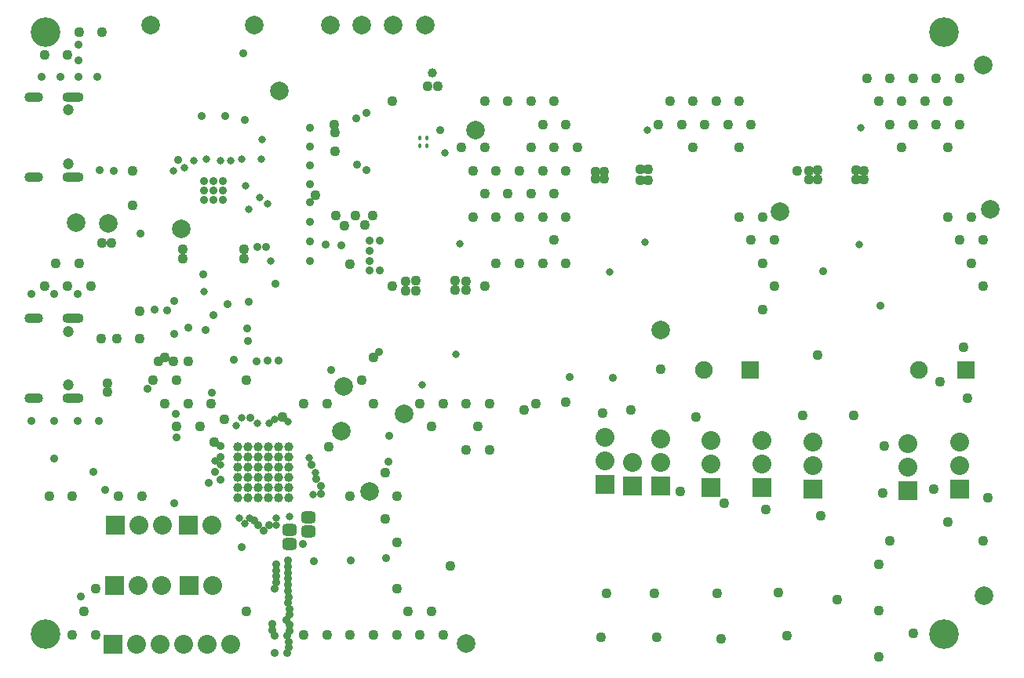
<source format=gbr>
%TF.GenerationSoftware,Altium Limited,Altium Designer,25.6.2 (33)*%
G04 Layer_Color=16711935*
%FSLAX45Y45*%
%MOMM*%
%TF.SameCoordinates,2E975FAE-7BB7-4674-B285-B64E5795C48D*%
%TF.FilePolarity,Negative*%
%TF.FileFunction,Soldermask,Bot*%
%TF.Part,Single*%
G01*
G75*
%TA.AperFunction,ComponentPad*%
%ADD72C,3.20000*%
%ADD73C,2.03200*%
%ADD74R,2.03200X2.03200*%
%ADD80R,2.03200X2.03200*%
%TA.AperFunction,ViaPad*%
%ADD85C,0.45720*%
%TA.AperFunction,SMDPad,CuDef*%
G04:AMPARAMS|DCode=109|XSize=1.308mm|YSize=1.508mm|CornerRadius=0.354mm|HoleSize=0mm|Usage=FLASHONLY|Rotation=270.000|XOffset=0mm|YOffset=0mm|HoleType=Round|Shape=RoundedRectangle|*
%AMROUNDEDRECTD109*
21,1,1.30800,0.80000,0,0,270.0*
21,1,0.60000,1.50800,0,0,270.0*
1,1,0.70800,-0.40000,-0.30000*
1,1,0.70800,-0.40000,0.30000*
1,1,0.70800,0.40000,0.30000*
1,1,0.70800,0.40000,-0.30000*
%
%ADD109ROUNDEDRECTD109*%
%TA.AperFunction,ComponentPad*%
%ADD134C,2.00800*%
%ADD135R,1.90800X1.90800*%
%ADD136C,1.90800*%
%ADD137C,1.20000*%
%ADD138O,2.30000X1.10000*%
%ADD139O,2.00000X1.10000*%
%TA.AperFunction,ViaPad*%
%ADD140C,0.90800*%
%ADD141C,1.10800*%
%ADD142C,1.00800*%
%ADD143C,0.80800*%
D72*
X302747Y-499994D02*
D03*
X300000Y6000000D02*
D03*
X10000000D02*
D03*
Y-500000D02*
D03*
D73*
X2108586Y26254D02*
D03*
X1554390D02*
D03*
X1300390D02*
D03*
X2100695Y674137D02*
D03*
X1563057Y680688D02*
D03*
X1309057D02*
D03*
X2302695Y-610006D02*
D03*
X2048695D02*
D03*
X1794695D02*
D03*
X1540695D02*
D03*
X1286695D02*
D03*
X10164062Y1570269D02*
D03*
Y1316269D02*
D03*
X9608463Y1560269D02*
D03*
Y1306269D02*
D03*
X8579212Y1572361D02*
D03*
Y1318361D02*
D03*
X8028904Y1589030D02*
D03*
Y1335030D02*
D03*
X7478904Y1594029D02*
D03*
Y1340029D02*
D03*
X6939904Y1609529D02*
D03*
Y1355529D02*
D03*
X6636904Y1351151D02*
D03*
X6342500Y1626173D02*
D03*
Y1372173D02*
D03*
D74*
X1854586Y26254D02*
D03*
X1046390D02*
D03*
X1846695Y674137D02*
D03*
X1055057Y680688D02*
D03*
X1032695Y-610006D02*
D03*
D80*
X10164062Y1062269D02*
D03*
X9608463Y1052269D02*
D03*
X8579212Y1064361D02*
D03*
X8028904Y1081030D02*
D03*
X7478904Y1086029D02*
D03*
X6939904Y1101529D02*
D03*
X6636904Y1097151D02*
D03*
X6342500Y1118173D02*
D03*
D85*
X4414912Y4778371D02*
D03*
Y4858371D02*
D03*
X4344912D02*
D03*
Y4778371D02*
D03*
D109*
X3136173Y608541D02*
D03*
Y758541D02*
D03*
X2938785Y475438D02*
D03*
Y625438D02*
D03*
D134*
X10416440Y5647440D02*
D03*
X10430000Y-83910D02*
D03*
X4840000Y-600000D02*
D03*
X6939904Y2785000D02*
D03*
X2554913Y6075156D02*
D03*
X1434065D02*
D03*
X2823006Y5365700D02*
D03*
X978033Y3935931D02*
D03*
X1766667Y3875000D02*
D03*
X3373223Y6075156D02*
D03*
X4050000D02*
D03*
X3714912D02*
D03*
X4404100D02*
D03*
X4168143Y1879824D02*
D03*
X3803662Y1044851D02*
D03*
X3491264Y1693058D02*
D03*
X4938290Y4943371D02*
D03*
X3524073Y2178717D02*
D03*
X8230000Y4060000D02*
D03*
X10500000Y4087440D02*
D03*
X630584Y3945371D02*
D03*
D135*
X7908000Y2349992D02*
D03*
X10230000D02*
D03*
D136*
X7408000D02*
D03*
X9730000D02*
D03*
D137*
X544912Y4580372D02*
D03*
Y5160371D02*
D03*
X544913Y2190000D02*
D03*
Y2770000D02*
D03*
D138*
X594912Y5302872D02*
D03*
Y4437871D02*
D03*
X594912Y2912500D02*
D03*
Y2047500D02*
D03*
D139*
X174912Y4437871D02*
D03*
Y5302872D02*
D03*
X174913Y2047500D02*
D03*
Y2912500D02*
D03*
D140*
X3154831Y3526289D02*
D03*
Y3741288D02*
D03*
Y3951289D02*
D03*
X3387447Y2352796D02*
D03*
X2456848Y5055371D02*
D03*
X4011014Y1640865D02*
D03*
X3764912Y5128371D02*
D03*
X3664929Y4569971D02*
D03*
X3764912Y4508371D02*
D03*
X4005532Y1362334D02*
D03*
X3654912Y5068371D02*
D03*
X3324383Y3707102D02*
D03*
X2132764Y1255579D02*
D03*
X2062412Y1134083D02*
D03*
X3276359Y1098148D02*
D03*
X2601283Y677901D02*
D03*
X2711973Y672576D02*
D03*
X2656283Y618131D02*
D03*
X2420000Y440000D02*
D03*
X2550853Y728206D02*
D03*
X3221173Y1174324D02*
D03*
X3276359Y1013032D02*
D03*
X2516347Y1832864D02*
D03*
X1709447Y1879824D02*
D03*
X1715433Y1626173D02*
D03*
X817212Y1255579D02*
D03*
X2489912Y2663581D02*
D03*
X4559194Y4946931D02*
D03*
X2494813Y3091294D02*
D03*
X5960000Y2277957D02*
D03*
X8690812Y3422440D02*
D03*
X9310000Y3050000D02*
D03*
X1693371Y916041D02*
D03*
X3973156Y320901D02*
D03*
X3199847Y287386D02*
D03*
X687412Y-93636D02*
D03*
X2746870Y-391942D02*
D03*
X2745542Y-457328D02*
D03*
X2778598Y-513759D02*
D03*
X2778598Y-701560D02*
D03*
X2906709Y-707511D02*
D03*
X2929767Y-646311D02*
D03*
Y-580911D02*
D03*
X2906709Y-519711D02*
D03*
X2938936Y-462803D02*
D03*
X2939528Y-397405D02*
D03*
X2900369Y-345025D02*
D03*
X2792228Y253653D02*
D03*
Y188253D02*
D03*
Y122853D02*
D03*
Y57453D02*
D03*
X2777663Y-6305D02*
D03*
X2939769Y-291402D02*
D03*
X2934311Y-226230D02*
D03*
X2914880Y-163783D02*
D03*
X2924767Y-99135D02*
D03*
X2920398Y-33881D02*
D03*
X2920338Y31519D02*
D03*
Y96919D02*
D03*
Y162319D02*
D03*
Y227719D02*
D03*
Y293119D02*
D03*
X3491264Y3696221D02*
D03*
X3800000Y3750000D02*
D03*
X3173695Y1331139D02*
D03*
X3596173Y298036D02*
D03*
X1731712Y4619031D02*
D03*
X2243481Y5096938D02*
D03*
X2434896Y5770000D02*
D03*
X1330679Y3823788D02*
D03*
X1690000Y2745000D02*
D03*
X2331481Y2466250D02*
D03*
X2114912Y4190372D02*
D03*
X2014912Y4290372D02*
D03*
Y4390371D02*
D03*
X1839555Y2809982D02*
D03*
X1400000Y2148717D02*
D03*
X1475570Y3005000D02*
D03*
X1690000Y3100371D02*
D03*
X1616557Y3000000D02*
D03*
X2032231Y2788250D02*
D03*
X2193783Y1531139D02*
D03*
Y1411139D02*
D03*
X2101781Y2110000D02*
D03*
X2116481Y2943910D02*
D03*
X397412Y1394680D02*
D03*
X946237Y1056139D02*
D03*
X2193783Y1171299D02*
D03*
X3800000Y3530000D02*
D03*
Y3640000D02*
D03*
X3910000Y3430000D02*
D03*
X3800000D02*
D03*
X3910000Y3750000D02*
D03*
X2576283Y2442421D02*
D03*
X875000Y1800000D02*
D03*
X650000D02*
D03*
X400000D02*
D03*
X150000D02*
D03*
X650000Y3175000D02*
D03*
X400000D02*
D03*
X150000D02*
D03*
X2270110Y3060000D02*
D03*
X2481727Y2802500D02*
D03*
X2780813Y3285413D02*
D03*
X2696283Y2455000D02*
D03*
X2821283D02*
D03*
X3083880Y475438D02*
D03*
X3904912Y2550000D02*
D03*
X6425000Y2270000D02*
D03*
X2004912Y3385371D02*
D03*
X2584912Y3680372D02*
D03*
X2684912D02*
D03*
X3157331Y4564432D02*
D03*
X859912Y5520371D02*
D03*
X659912D02*
D03*
Y5695372D02*
D03*
Y5870372D02*
D03*
X459912Y5520371D02*
D03*
X3152331Y4765371D02*
D03*
X3157331Y4362872D02*
D03*
X3154831Y4163789D02*
D03*
X3152331Y4972871D02*
D03*
X2114912Y4290372D02*
D03*
X2214912D02*
D03*
Y4190372D02*
D03*
X2014912D02*
D03*
X2114912Y4390371D02*
D03*
X2214912D02*
D03*
X1989481Y5098851D02*
D03*
X259912Y5520371D02*
D03*
X889912Y4509972D02*
D03*
X1037712Y4505371D02*
D03*
D141*
X3591840Y3492619D02*
D03*
X3360000Y1520000D02*
D03*
X4670000Y240000D02*
D03*
X4041439Y5255419D02*
D03*
X3841840Y2492619D02*
D03*
X4723353Y3215372D02*
D03*
X4720000Y3314817D02*
D03*
X4537450Y5418371D02*
D03*
X3841840Y1992619D02*
D03*
X3716840Y2242619D02*
D03*
X4466840Y1742619D02*
D03*
X4341840Y1992619D02*
D03*
X4591840D02*
D03*
X4301176Y3205770D02*
D03*
Y3314817D02*
D03*
X4184881Y3311125D02*
D03*
X5591840Y1992619D02*
D03*
X5091840D02*
D03*
X4966840Y1742619D02*
D03*
X5091840Y1492619D02*
D03*
X4841840Y1992619D02*
D03*
Y1492619D02*
D03*
X4466840Y-257381D02*
D03*
X4591840Y-507381D02*
D03*
X4216840Y-257381D02*
D03*
X4341840Y-507381D02*
D03*
X3966840Y1242619D02*
D03*
X4091840Y992619D02*
D03*
X3966840Y742619D02*
D03*
X4091840Y492619D02*
D03*
Y-7381D02*
D03*
Y-507381D02*
D03*
X3841840D02*
D03*
X3591840Y992619D02*
D03*
Y-507381D02*
D03*
X3216840Y4242619D02*
D03*
X3341840Y1992619D02*
D03*
Y-507381D02*
D03*
X3091840Y1992619D02*
D03*
Y-507381D02*
D03*
X2466840Y2242619D02*
D03*
Y-257381D02*
D03*
X2091840Y1992619D02*
D03*
X1966840Y1742619D02*
D03*
X1716840Y2242619D02*
D03*
X1841840Y1992619D02*
D03*
X1716840Y1742619D02*
D03*
X1591840Y2492619D02*
D03*
X1466840Y2242619D02*
D03*
X1591840Y1992619D02*
D03*
X1341840Y992619D02*
D03*
X1091840D02*
D03*
X841840Y-7381D02*
D03*
X716840Y-257381D02*
D03*
X841840Y-507381D02*
D03*
X591840Y992619D02*
D03*
Y-507381D02*
D03*
X341840Y992619D02*
D03*
X3532673Y3912871D02*
D03*
X3750000Y3916220D02*
D03*
X3837197Y4019774D02*
D03*
X3645895Y4020372D02*
D03*
X3438532Y4019774D02*
D03*
X3425543Y4918371D02*
D03*
X3429964Y4713371D02*
D03*
X8635000Y2512969D02*
D03*
X6937500Y2362500D02*
D03*
X6309984Y1884138D02*
D03*
X6622212Y1924138D02*
D03*
X7318204Y1849139D02*
D03*
X8475218Y1860000D02*
D03*
X9022683D02*
D03*
X8668514Y780000D02*
D03*
X8076144Y850000D02*
D03*
X7153920Y1043971D02*
D03*
X7626940Y915073D02*
D03*
X6357193Y-60163D02*
D03*
X6871380Y-59707D02*
D03*
X7547428D02*
D03*
X8208182Y-50000D02*
D03*
X8844917Y-130000D02*
D03*
X8301587Y-517236D02*
D03*
X7596341Y-549984D02*
D03*
X6896828Y-534141D02*
D03*
X6299424D02*
D03*
X9333145Y1025977D02*
D03*
X10041440Y711020D02*
D03*
X9952683Y2230000D02*
D03*
X9350000Y1529285D02*
D03*
X9885183Y1062269D02*
D03*
X10470000Y976717D02*
D03*
X10207138Y2600000D02*
D03*
X10253364Y2050000D02*
D03*
X8041440Y4005419D02*
D03*
X8166440Y3755419D02*
D03*
X8041440Y3505419D02*
D03*
X8166440Y3255419D02*
D03*
X8041440Y3005419D02*
D03*
X7791440Y4005419D02*
D03*
X7916440Y3755419D02*
D03*
X10291440Y4005419D02*
D03*
X10416440Y3755419D02*
D03*
X10291440Y3505419D02*
D03*
X10416440Y3255419D02*
D03*
X10041440Y4005419D02*
D03*
X10166440Y3755419D02*
D03*
X10416440Y505419D02*
D03*
X10166440Y5505419D02*
D03*
X10041440Y5255419D02*
D03*
X10166440Y5005419D02*
D03*
X10041440Y4755419D02*
D03*
X9916440Y5505419D02*
D03*
X9791440Y5255419D02*
D03*
X9916440Y5005419D02*
D03*
X9666440Y5505419D02*
D03*
X9541440Y5255419D02*
D03*
X9666440Y5005419D02*
D03*
X9541440Y4755419D02*
D03*
X9666440Y-494581D02*
D03*
X9416440Y5505419D02*
D03*
X9291440Y5255419D02*
D03*
X9416440Y5005419D02*
D03*
Y505419D02*
D03*
X9291440Y255419D02*
D03*
Y-244581D02*
D03*
Y-744581D02*
D03*
X9166440Y5505419D02*
D03*
X8416440Y4505419D02*
D03*
X7791440Y5255419D02*
D03*
X7916440Y5005419D02*
D03*
X7791440Y4755419D02*
D03*
X7541440Y5255419D02*
D03*
X7666440Y5005419D02*
D03*
X7291440Y5255419D02*
D03*
X7416440Y5005419D02*
D03*
X7291440Y4755419D02*
D03*
X7041440Y5255419D02*
D03*
X7166440Y5005419D02*
D03*
X6916440D02*
D03*
X6041440Y4755419D02*
D03*
X5791440Y5255419D02*
D03*
X5916440Y5005419D02*
D03*
X5791440Y4755419D02*
D03*
X5916440Y4505419D02*
D03*
X5791440Y4255419D02*
D03*
X5916440Y4005419D02*
D03*
X5791440Y3755419D02*
D03*
X5916440Y3505419D02*
D03*
Y2005419D02*
D03*
X5541440Y5255419D02*
D03*
X5666440Y5005419D02*
D03*
X5541440Y4755419D02*
D03*
X5666440Y4505419D02*
D03*
X5541440Y4255419D02*
D03*
X5666440Y4005419D02*
D03*
Y3505419D02*
D03*
X5291440Y5255419D02*
D03*
X5416440Y4505419D02*
D03*
X5291440Y4255419D02*
D03*
X5416440Y4005419D02*
D03*
Y3505419D02*
D03*
X5041439Y5255419D02*
D03*
Y4755419D02*
D03*
X5166440Y4505419D02*
D03*
X5041439Y4255419D02*
D03*
X5166440Y4005419D02*
D03*
Y3505419D02*
D03*
X5041439Y3255419D02*
D03*
X4791439Y4755419D02*
D03*
X4916439Y4505419D02*
D03*
Y4005419D02*
D03*
X4041439Y3255419D02*
D03*
X3416439Y5005419D02*
D03*
X916439Y6005419D02*
D03*
X791439Y3255419D02*
D03*
X666439Y6005419D02*
D03*
X541439Y5755419D02*
D03*
X666439Y3505419D02*
D03*
X541439Y3255419D02*
D03*
X291439Y5755419D02*
D03*
X416439Y3505419D02*
D03*
X291439Y3255419D02*
D03*
X6804948Y4403210D02*
D03*
Y4516755D02*
D03*
X6720000Y4403210D02*
D03*
X6720500Y4516755D02*
D03*
X6235000Y4418354D02*
D03*
Y4497440D02*
D03*
X6329560Y4418354D02*
D03*
Y4497440D02*
D03*
X8545000Y4410000D02*
D03*
Y4505000D02*
D03*
X8635000Y4410000D02*
D03*
X8636278Y4510000D02*
D03*
X9135000Y4410000D02*
D03*
Y4505000D02*
D03*
X9046341Y4410000D02*
D03*
Y4510000D02*
D03*
X4839490Y3215372D02*
D03*
Y3311125D02*
D03*
X4184881Y3205770D02*
D03*
X2856283Y1841645D02*
D03*
X2123695Y1576946D02*
D03*
X2236950Y1819145D02*
D03*
X4427412Y5418371D02*
D03*
X1784412Y3555371D02*
D03*
Y3655371D02*
D03*
X1317263Y2991250D02*
D03*
X5469104Y1924138D02*
D03*
X1320000Y2690000D02*
D03*
X1840000Y2450000D02*
D03*
X972712Y2210000D02*
D03*
Y2113744D02*
D03*
X1075012Y2692500D02*
D03*
X900000Y2690000D02*
D03*
X1520000Y2450000D02*
D03*
X1680000D02*
D03*
X1009912Y3720758D02*
D03*
X910000Y3725000D02*
D03*
X2442412Y3555371D02*
D03*
Y3655371D02*
D03*
X1242263Y4505371D02*
D03*
Y4131589D02*
D03*
D142*
X4480550Y5565119D02*
D03*
X2931283Y976139D02*
D03*
X2821283D02*
D03*
X2711283D02*
D03*
X2601283D02*
D03*
X2491283D02*
D03*
X2381283D02*
D03*
X2931283Y1086139D02*
D03*
X2821283D02*
D03*
X2711283D02*
D03*
X2601283D02*
D03*
X2491283D02*
D03*
X2381283D02*
D03*
X2931283Y1196139D02*
D03*
X2821283D02*
D03*
X2711283D02*
D03*
X2601283D02*
D03*
X2491283D02*
D03*
X2381283D02*
D03*
X2931283Y1306139D02*
D03*
X2821283D02*
D03*
X2711283D02*
D03*
X2601283D02*
D03*
X2491283D02*
D03*
X2381283D02*
D03*
X2931283Y1416139D02*
D03*
X2821283D02*
D03*
X2711283D02*
D03*
X2601283D02*
D03*
X2491283D02*
D03*
X2381283D02*
D03*
X2931283Y1526139D02*
D03*
X2821283D02*
D03*
X2711283D02*
D03*
X2601283D02*
D03*
X2491283D02*
D03*
X2381283D02*
D03*
D143*
X2417117Y1839490D02*
D03*
X2917301Y1797917D02*
D03*
X2788814Y672576D02*
D03*
Y754907D02*
D03*
X2396297D02*
D03*
X2456283Y693185D02*
D03*
X2503405Y753639D02*
D03*
X3192161Y1003335D02*
D03*
X2356137Y1754558D02*
D03*
X2586037Y1778649D02*
D03*
X2716109Y1774490D02*
D03*
X2776283Y1816988D02*
D03*
X3216840Y1242619D02*
D03*
X2697964Y4144280D02*
D03*
X2618313Y4211593D02*
D03*
X2639912Y4845372D02*
D03*
X2132764Y1370979D02*
D03*
X3148783Y1405171D02*
D03*
X2041481Y4626405D02*
D03*
X1901481Y4617319D02*
D03*
X1804912Y4538371D02*
D03*
X2191481Y4613451D02*
D03*
X1680000Y4500371D02*
D03*
X2014591Y3197857D02*
D03*
X2193783Y1331139D02*
D03*
X2938710Y765529D02*
D03*
X9101240Y4965641D02*
D03*
X9085000Y3710000D02*
D03*
X6795000Y4945000D02*
D03*
X6774938Y3730503D02*
D03*
X6394091Y3412088D02*
D03*
X4370000Y2190000D02*
D03*
X4613600Y4700372D02*
D03*
X4730000Y2520000D02*
D03*
X4770000Y3720000D02*
D03*
X2494912Y4090372D02*
D03*
X2734912Y3526289D02*
D03*
X2419843Y4632341D02*
D03*
X2462477Y4340372D02*
D03*
X2634912Y4632341D02*
D03*
X2297981Y4613451D02*
D03*
%TF.MD5,b0512c944c4532b5a35463805c9f0a66*%
M02*

</source>
